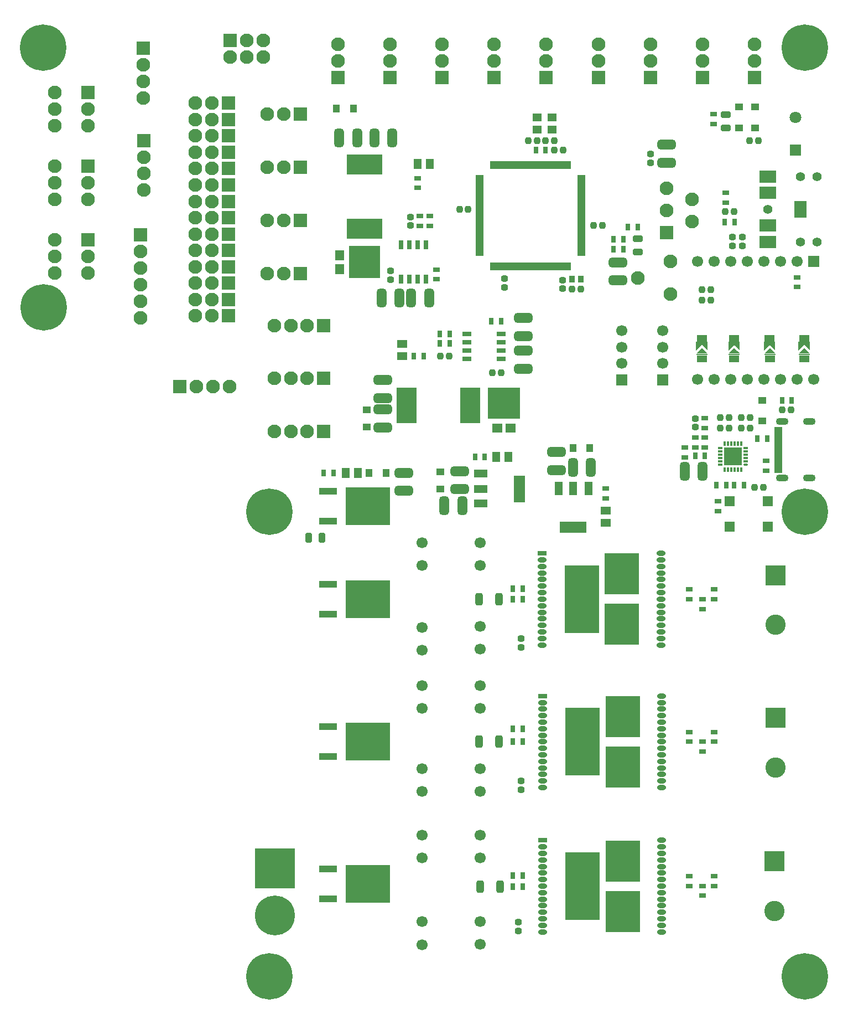
<source format=gts>
G04*
G04 #@! TF.GenerationSoftware,Altium Limited,Altium Designer,21.8.1 (53)*
G04*
G04 Layer_Color=8388736*
%FSLAX44Y44*%
%MOMM*%
G71*
G04*
G04 #@! TF.SameCoordinates,B26C40CF-43AE-4B56-A471-EC5E2FB952F6*
G04*
G04*
G04 #@! TF.FilePolarity,Negative*
G04*
G01*
G75*
%ADD19R,1.7016X0.2500*%
%ADD20R,1.2500X6.9000*%
%ADD21R,1.3000X12.4000*%
%ADD22R,12.4000X1.3000*%
%ADD23R,1.1000X0.8000*%
%ADD24R,0.3500X0.8000*%
%ADD25R,0.8000X0.3500*%
%ADD26O,0.8000X0.3500*%
%ADD27R,2.8000X2.8000*%
%ADD28R,1.6000X1.1000*%
G04:AMPARAMS|DCode=29|XSize=1.05mm|YSize=0.95mm|CornerRadius=0.2625mm|HoleSize=0mm|Usage=FLASHONLY|Rotation=180.000|XOffset=0mm|YOffset=0mm|HoleType=Round|Shape=RoundedRectangle|*
%AMROUNDEDRECTD29*
21,1,1.0500,0.4250,0,0,180.0*
21,1,0.5250,0.9500,0,0,180.0*
1,1,0.5250,-0.2625,0.2125*
1,1,0.5250,0.2625,0.2125*
1,1,0.5250,0.2625,-0.2125*
1,1,0.5250,-0.2625,-0.2125*
%
%ADD29ROUNDEDRECTD29*%
%ADD30R,5.3500X6.3300*%
%ADD31R,5.3500X10.4000*%
%ADD32R,1.4000X0.7800*%
%ADD33O,1.4000X0.7800*%
G04:AMPARAMS|DCode=34|XSize=1.05mm|YSize=0.95mm|CornerRadius=0.2625mm|HoleSize=0mm|Usage=FLASHONLY|Rotation=90.000|XOffset=0mm|YOffset=0mm|HoleType=Round|Shape=RoundedRectangle|*
%AMROUNDEDRECTD34*
21,1,1.0500,0.4250,0,0,90.0*
21,1,0.5250,0.9500,0,0,90.0*
1,1,0.5250,0.2125,0.2625*
1,1,0.5250,0.2125,-0.2625*
1,1,0.5250,-0.2125,-0.2625*
1,1,0.5250,-0.2125,0.2625*
%
%ADD34ROUNDEDRECTD34*%
G04:AMPARAMS|DCode=35|XSize=2.8mm|YSize=1.45mm|CornerRadius=0.3875mm|HoleSize=0mm|Usage=FLASHONLY|Rotation=90.000|XOffset=0mm|YOffset=0mm|HoleType=Round|Shape=RoundedRectangle|*
%AMROUNDEDRECTD35*
21,1,2.8000,0.6750,0,0,90.0*
21,1,2.0250,1.4500,0,0,90.0*
1,1,0.7750,0.3375,1.0125*
1,1,0.7750,0.3375,-1.0125*
1,1,0.7750,-0.3375,-1.0125*
1,1,0.7750,-0.3375,1.0125*
%
%ADD35ROUNDEDRECTD35*%
%ADD36R,0.8000X1.1000*%
%ADD37R,1.5000X1.1500*%
%ADD38R,1.1500X1.5000*%
%ADD39R,1.3000X1.0000*%
%ADD40R,1.0000X1.3000*%
G04:AMPARAMS|DCode=41|XSize=2.8mm|YSize=1.45mm|CornerRadius=0.3875mm|HoleSize=0mm|Usage=FLASHONLY|Rotation=0.000|XOffset=0mm|YOffset=0mm|HoleType=Round|Shape=RoundedRectangle|*
%AMROUNDEDRECTD41*
21,1,2.8000,0.6750,0,0,0.0*
21,1,2.0250,1.4500,0,0,0.0*
1,1,0.7750,1.0125,-0.3375*
1,1,0.7750,-1.0125,-0.3375*
1,1,0.7750,-1.0125,0.3375*
1,1,0.7750,1.0125,0.3375*
%
%ADD41ROUNDEDRECTD41*%
%ADD42R,1.4000X1.2000*%
%ADD43R,1.2500X0.4000*%
%ADD44R,1.2500X0.7000*%
%ADD45R,6.9000X5.7500*%
%ADD46R,2.7500X1.0500*%
%ADD47R,1.3400X1.5000*%
%ADD48R,4.8200X4.9000*%
%ADD49R,1.3700X1.5000*%
%ADD50R,1.5000X1.3400*%
%ADD51R,4.9000X4.8200*%
%ADD52R,1.5000X1.3700*%
%ADD53R,1.5000X1.5000*%
%ADD54R,5.4000X3.1000*%
%ADD55R,3.1000X5.4000*%
%ADD56R,0.9500X1.0500*%
%ADD57R,0.6500X1.3500*%
%ADD58R,1.3500X0.6500*%
%ADD59R,0.4000X1.3000*%
%ADD60R,1.3000X0.4000*%
%ADD61R,4.1000X1.8000*%
%ADD62R,1.3000X2.1000*%
%ADD63R,2.1000X1.3000*%
%ADD64R,1.8000X4.1000*%
G04:AMPARAMS|DCode=65|XSize=1.55mm|YSize=1mm|CornerRadius=0.275mm|HoleSize=0mm|Usage=FLASHONLY|Rotation=90.000|XOffset=0mm|YOffset=0mm|HoleType=Round|Shape=RoundedRectangle|*
%AMROUNDEDRECTD65*
21,1,1.5500,0.4500,0,0,90.0*
21,1,1.0000,1.0000,0,0,90.0*
1,1,0.5500,0.2250,0.5000*
1,1,0.5500,0.2250,-0.5000*
1,1,0.5500,-0.2250,-0.5000*
1,1,0.5500,-0.2250,0.5000*
%
%ADD65ROUNDEDRECTD65*%
G04:AMPARAMS|DCode=66|XSize=1.9mm|YSize=1.15mm|CornerRadius=0.3125mm|HoleSize=0mm|Usage=FLASHONLY|Rotation=90.000|XOffset=0mm|YOffset=0mm|HoleType=Round|Shape=RoundedRectangle|*
%AMROUNDEDRECTD66*
21,1,1.9000,0.5250,0,0,90.0*
21,1,1.2750,1.1500,0,0,90.0*
1,1,0.6250,0.2625,0.6375*
1,1,0.6250,0.2625,-0.6375*
1,1,0.6250,-0.2625,-0.6375*
1,1,0.6250,-0.2625,0.6375*
%
%ADD66ROUNDEDRECTD66*%
G04:AMPARAMS|DCode=67|XSize=1.55mm|YSize=1mm|CornerRadius=0.275mm|HoleSize=0mm|Usage=FLASHONLY|Rotation=0.000|XOffset=0mm|YOffset=0mm|HoleType=Round|Shape=RoundedRectangle|*
%AMROUNDEDRECTD67*
21,1,1.5500,0.4500,0,0,0.0*
21,1,1.0000,1.0000,0,0,0.0*
1,1,0.5500,0.5000,-0.2250*
1,1,0.5500,-0.5000,-0.2250*
1,1,0.5500,-0.5000,0.2250*
1,1,0.5500,0.5000,0.2250*
%
%ADD67ROUNDEDRECTD67*%
%ADD68C,2.1000*%
%ADD69R,2.1000X2.1000*%
%ADD70C,7.1000*%
%ADD71C,1.4000*%
%ADD72R,1.9000X2.6000*%
%ADD73R,2.6000X1.9000*%
%ADD74R,6.1000X6.1000*%
%ADD75C,6.1000*%
%ADD76C,1.7000*%
%ADD77R,1.7000X1.7000*%
%ADD78R,2.1000X2.1000*%
%ADD79C,3.1000*%
%ADD80R,3.1000X3.1000*%
%ADD81R,1.7000X1.7000*%
%ADD82C,1.8000*%
%ADD83R,1.8000X1.8000*%
%ADD84C,0.1000*%
%ADD85O,1.9000X1.1000*%
G36*
X1110600Y997281D02*
X1102330Y1005550D01*
X1093557Y996777D01*
Y1010050D01*
X1110600D01*
Y997281D01*
D02*
G37*
G36*
X1110841Y992550D02*
X1093826D01*
X1102326Y1000550D01*
X1110841Y992550D01*
D02*
G37*
G36*
X1160269Y997281D02*
X1152000Y1005550D01*
X1143227Y996777D01*
Y1010050D01*
X1160269D01*
Y997281D01*
D02*
G37*
G36*
X1160511Y992550D02*
X1143496D01*
X1151996Y1000550D01*
X1160511Y992550D01*
D02*
G37*
G36*
X1214519Y997281D02*
X1206250Y1005550D01*
X1197477Y996777D01*
Y1010050D01*
X1214519D01*
Y997281D01*
D02*
G37*
G36*
X1214761Y992550D02*
X1197746D01*
X1206246Y1000550D01*
X1214761Y992550D01*
D02*
G37*
G36*
X1267269Y997281D02*
X1259000Y1005550D01*
X1250227Y996777D01*
Y1010050D01*
X1267269D01*
Y997281D01*
D02*
G37*
G36*
X1267511Y992550D02*
X1250496D01*
X1258996Y1000550D01*
X1267511Y992550D01*
D02*
G37*
D19*
X1206258Y991300D02*
D03*
X1259008D02*
D03*
X1102338D02*
D03*
X1152008D02*
D03*
D20*
X1219250Y845500D02*
D03*
D21*
X917500Y1203000D02*
D03*
X762500Y1203000D02*
D03*
D22*
X840000Y1125500D02*
D03*
Y1280500D02*
D03*
D23*
X696000Y1120750D02*
D03*
Y1105750D02*
D03*
X1201000Y813500D02*
D03*
Y828500D02*
D03*
X955000Y771000D02*
D03*
Y786000D02*
D03*
X667500Y1260500D02*
D03*
Y1245500D02*
D03*
X1083108Y193500D02*
D03*
Y178500D02*
D03*
X1121393Y193500D02*
D03*
Y178500D02*
D03*
X1083108Y631750D02*
D03*
Y616750D02*
D03*
Y413750D02*
D03*
Y398750D02*
D03*
X1121393Y616750D02*
D03*
Y631750D02*
D03*
Y413750D02*
D03*
Y398750D02*
D03*
X1107000Y848500D02*
D03*
Y863500D02*
D03*
X671000Y1202240D02*
D03*
Y1187240D02*
D03*
X686000Y1202240D02*
D03*
Y1187240D02*
D03*
X1103267Y178500D02*
D03*
Y163500D02*
D03*
Y616750D02*
D03*
Y601750D02*
D03*
Y398750D02*
D03*
Y383750D02*
D03*
X1120000Y1343450D02*
D03*
Y1358450D02*
D03*
X1139000Y1238000D02*
D03*
Y1223000D02*
D03*
X1092000Y863500D02*
D03*
Y848500D02*
D03*
X1076000Y833550D02*
D03*
Y848550D02*
D03*
X1107000Y878597D02*
D03*
Y893597D02*
D03*
X1248000Y1094000D02*
D03*
Y1109000D02*
D03*
X1127000Y766500D02*
D03*
Y751500D02*
D03*
D24*
X1162500Y815150D02*
D03*
X1157500D02*
D03*
X1152500D02*
D03*
X1147500D02*
D03*
X1142500D02*
D03*
X1137500D02*
D03*
Y854650D02*
D03*
X1142500D02*
D03*
X1147500D02*
D03*
X1152500D02*
D03*
X1157500D02*
D03*
X1162500D02*
D03*
D25*
X1130250Y822400D02*
D03*
Y827400D02*
D03*
Y832400D02*
D03*
Y837400D02*
D03*
Y842400D02*
D03*
Y847400D02*
D03*
X1169750D02*
D03*
Y842400D02*
D03*
Y837400D02*
D03*
Y832400D02*
D03*
Y827400D02*
D03*
D26*
Y822400D02*
D03*
D27*
X1150000Y834900D02*
D03*
D28*
X1206000Y1015500D02*
D03*
X1206250Y984550D02*
D03*
X1259000D02*
D03*
X1258750Y1015500D02*
D03*
X1102080D02*
D03*
X1102330Y984550D02*
D03*
X1152000D02*
D03*
X1151750Y1015500D02*
D03*
D29*
X800000Y1106750D02*
D03*
Y1093250D02*
D03*
X626000Y1118750D02*
D03*
Y1105250D02*
D03*
X656000Y1201290D02*
D03*
Y1187790D02*
D03*
X821400Y109800D02*
D03*
Y123300D02*
D03*
X825500Y543250D02*
D03*
Y556750D02*
D03*
X825500Y325250D02*
D03*
Y338750D02*
D03*
X1024000Y1284250D02*
D03*
Y1297750D02*
D03*
X1092000Y893098D02*
D03*
Y879597D02*
D03*
X1149000Y1170750D02*
D03*
Y1157250D02*
D03*
X1164000Y1170750D02*
D03*
Y1157250D02*
D03*
X889000Y1091250D02*
D03*
Y1104750D02*
D03*
D30*
X981000Y437250D02*
D03*
Y360250D02*
D03*
X980000Y578250D02*
D03*
Y655250D02*
D03*
X981000Y216566D02*
D03*
Y139566D02*
D03*
D31*
X919500Y398750D02*
D03*
X918500Y616750D02*
D03*
X919500Y178066D02*
D03*
D32*
X859000Y468750D02*
D03*
X858000Y686750D02*
D03*
X859000Y248066D02*
D03*
D33*
Y458750D02*
D03*
Y448750D02*
D03*
Y438750D02*
D03*
Y428750D02*
D03*
Y418750D02*
D03*
Y408750D02*
D03*
Y398750D02*
D03*
Y388750D02*
D03*
Y378750D02*
D03*
Y368750D02*
D03*
Y358750D02*
D03*
Y348750D02*
D03*
Y338750D02*
D03*
Y328750D02*
D03*
X1041000Y468750D02*
D03*
Y458750D02*
D03*
Y448750D02*
D03*
Y438750D02*
D03*
Y428750D02*
D03*
Y418750D02*
D03*
Y408750D02*
D03*
Y398750D02*
D03*
Y388750D02*
D03*
Y378750D02*
D03*
Y368750D02*
D03*
Y358750D02*
D03*
Y348750D02*
D03*
Y338750D02*
D03*
Y328750D02*
D03*
X1040000Y546750D02*
D03*
Y556750D02*
D03*
Y566750D02*
D03*
Y576750D02*
D03*
Y586750D02*
D03*
Y596750D02*
D03*
Y606750D02*
D03*
Y616750D02*
D03*
Y626750D02*
D03*
Y636750D02*
D03*
Y646750D02*
D03*
Y656750D02*
D03*
Y666750D02*
D03*
Y676750D02*
D03*
Y686750D02*
D03*
X858000Y546750D02*
D03*
Y556750D02*
D03*
Y566750D02*
D03*
Y576750D02*
D03*
Y586750D02*
D03*
Y596750D02*
D03*
Y606750D02*
D03*
Y616750D02*
D03*
Y626750D02*
D03*
Y636750D02*
D03*
Y646750D02*
D03*
Y656750D02*
D03*
Y666750D02*
D03*
Y676750D02*
D03*
X859000Y238066D02*
D03*
Y228066D02*
D03*
Y218066D02*
D03*
Y208066D02*
D03*
Y198066D02*
D03*
Y188066D02*
D03*
Y178066D02*
D03*
Y168066D02*
D03*
Y158066D02*
D03*
Y148066D02*
D03*
Y138066D02*
D03*
Y128066D02*
D03*
Y118066D02*
D03*
Y108066D02*
D03*
X1041000Y248066D02*
D03*
Y238066D02*
D03*
Y228066D02*
D03*
Y218066D02*
D03*
Y208066D02*
D03*
Y198066D02*
D03*
Y188066D02*
D03*
Y178066D02*
D03*
Y168066D02*
D03*
Y158066D02*
D03*
Y148066D02*
D03*
Y138066D02*
D03*
Y128066D02*
D03*
Y118066D02*
D03*
Y108066D02*
D03*
D34*
X1115750Y1074000D02*
D03*
X1102250D02*
D03*
X1115750Y1090000D02*
D03*
X1102250D02*
D03*
X1183250Y788000D02*
D03*
X1196750D02*
D03*
X781750Y963000D02*
D03*
X795250D02*
D03*
X715750Y988000D02*
D03*
X702250D02*
D03*
X1189000Y1318000D02*
D03*
X1175500D02*
D03*
X1138450Y1208950D02*
D03*
X1151950D02*
D03*
X1238500Y906000D02*
D03*
X1225000D02*
D03*
X1162460Y894000D02*
D03*
X1175960D02*
D03*
X1162460Y878597D02*
D03*
X1175960D02*
D03*
X1144210Y894000D02*
D03*
X1130710D02*
D03*
X1130785Y878597D02*
D03*
X1144285D02*
D03*
X936250Y1188000D02*
D03*
X949750D02*
D03*
X731250Y1213000D02*
D03*
X744750D02*
D03*
X876250Y1303000D02*
D03*
X889750D02*
D03*
X916750Y1091000D02*
D03*
X903250D02*
D03*
X850000Y1318000D02*
D03*
X836500D02*
D03*
X863250D02*
D03*
X876750D02*
D03*
D35*
X1103750Y812000D02*
D03*
X1076250D02*
D03*
X708250Y760000D02*
D03*
X735750D02*
D03*
X628500Y1321999D02*
D03*
X601000D02*
D03*
X547250Y1322000D02*
D03*
X574750D02*
D03*
X932500Y818000D02*
D03*
X905000D02*
D03*
X657250Y1077000D02*
D03*
X684750D02*
D03*
X639750D02*
D03*
X612250D02*
D03*
D36*
X1187500Y862400D02*
D03*
X1202500D02*
D03*
X755000Y834000D02*
D03*
X770000D02*
D03*
X676500Y988000D02*
D03*
X661500D02*
D03*
X538500Y810000D02*
D03*
X523500D02*
D03*
X1092000Y836000D02*
D03*
X1107000D02*
D03*
X701500Y1008000D02*
D03*
X716500D02*
D03*
X716500Y1022050D02*
D03*
X701500D02*
D03*
X780250Y1041750D02*
D03*
X795250D02*
D03*
X813000Y194500D02*
D03*
X828000D02*
D03*
X813000Y177199D02*
D03*
X828000D02*
D03*
X813000Y632500D02*
D03*
X828000D02*
D03*
X813000Y418500D02*
D03*
X828000D02*
D03*
X813000Y616750D02*
D03*
X828000D02*
D03*
X813000Y399500D02*
D03*
X828000D02*
D03*
X1240000Y921000D02*
D03*
X1225000D02*
D03*
X1137500Y1193000D02*
D03*
X1152500D02*
D03*
X989000Y1186000D02*
D03*
X1004000D02*
D03*
X967000Y1152000D02*
D03*
X982000D02*
D03*
X982000Y1167000D02*
D03*
X967000D02*
D03*
X1124500Y791000D02*
D03*
X1139500D02*
D03*
X1166500D02*
D03*
X1151500D02*
D03*
X848250Y1303000D02*
D03*
X863250D02*
D03*
D37*
X955000Y733750D02*
D03*
Y752250D02*
D03*
X644000Y1007250D02*
D03*
Y988750D02*
D03*
D38*
X806250Y834000D02*
D03*
X787750D02*
D03*
X667500Y1282000D02*
D03*
X686000D02*
D03*
X575850Y810000D02*
D03*
X557350D02*
D03*
D39*
X702000Y811000D02*
D03*
Y785000D02*
D03*
X589000Y880000D02*
D03*
Y906000D02*
D03*
X1159000Y1369000D02*
D03*
Y1337000D02*
D03*
X1184000D02*
D03*
Y1369000D02*
D03*
X1195000Y921000D02*
D03*
Y889000D02*
D03*
D40*
X905000Y848000D02*
D03*
X931000D02*
D03*
X619000Y810000D02*
D03*
X593000D02*
D03*
X543000Y1367000D02*
D03*
X569000D02*
D03*
D41*
X614000Y951750D02*
D03*
Y924250D02*
D03*
Y906750D02*
D03*
Y879250D02*
D03*
X732000Y812500D02*
D03*
Y785000D02*
D03*
X880000Y814250D02*
D03*
Y841750D02*
D03*
X829000Y1019250D02*
D03*
Y1046750D02*
D03*
X646000Y810000D02*
D03*
Y782500D02*
D03*
X829000Y996750D02*
D03*
Y969250D02*
D03*
X1048000Y1284250D02*
D03*
Y1311750D02*
D03*
X974000Y1131750D02*
D03*
Y1104250D02*
D03*
D42*
X850000Y1353000D02*
D03*
Y1335000D02*
D03*
X873000D02*
D03*
Y1353000D02*
D03*
D43*
X1219250Y837400D02*
D03*
Y852400D02*
D03*
Y827400D02*
D03*
Y862400D02*
D03*
Y832400D02*
D03*
Y842400D02*
D03*
Y847400D02*
D03*
Y857400D02*
D03*
D44*
Y820900D02*
D03*
Y868900D02*
D03*
Y876900D02*
D03*
Y812900D02*
D03*
D45*
X590843Y181500D02*
D03*
Y616753D02*
D03*
Y398753D02*
D03*
X590933Y758915D02*
D03*
D46*
X529843Y158600D02*
D03*
Y204400D02*
D03*
Y593853D02*
D03*
Y639653D02*
D03*
Y375853D02*
D03*
Y421653D02*
D03*
X529933Y781815D02*
D03*
Y736015D02*
D03*
D47*
X548000Y1121600D02*
D03*
D48*
X586000Y1132000D02*
D03*
D49*
X548000Y1142400D02*
D03*
D50*
X809800Y878000D02*
D03*
D51*
X799400Y916000D02*
D03*
D52*
X789000Y878000D02*
D03*
D53*
X1145000Y727500D02*
D03*
X1203000D02*
D03*
X1145000Y766500D02*
D03*
X1203000D02*
D03*
D54*
X586000Y1183000D02*
D03*
Y1281000D02*
D03*
D55*
X650000Y913000D02*
D03*
X748000D02*
D03*
D56*
X916750Y1106000D02*
D03*
X903250D02*
D03*
D57*
X641950Y1105750D02*
D03*
X654650D02*
D03*
X667350D02*
D03*
X680050D02*
D03*
X641950Y1158250D02*
D03*
X654650D02*
D03*
X667350D02*
D03*
X680050D02*
D03*
D58*
X795250Y983950D02*
D03*
Y996650D02*
D03*
Y1009350D02*
D03*
Y1022050D02*
D03*
X742750Y983950D02*
D03*
Y996650D02*
D03*
Y1009350D02*
D03*
Y1022050D02*
D03*
D59*
X780000Y1125500D02*
D03*
X785000D02*
D03*
X790000D02*
D03*
X795000D02*
D03*
X800000D02*
D03*
X805000D02*
D03*
X810000D02*
D03*
X815000D02*
D03*
X820000D02*
D03*
X825000D02*
D03*
X830000D02*
D03*
X835000D02*
D03*
X840000D02*
D03*
X845000D02*
D03*
X850000D02*
D03*
X855000D02*
D03*
X860000D02*
D03*
X865000D02*
D03*
X870000D02*
D03*
X875000D02*
D03*
X880000D02*
D03*
X885000D02*
D03*
X890000D02*
D03*
X895000D02*
D03*
X900000D02*
D03*
Y1280500D02*
D03*
X895000D02*
D03*
X890000D02*
D03*
X885000D02*
D03*
X880000D02*
D03*
X875000D02*
D03*
X870000D02*
D03*
X865000D02*
D03*
X860000D02*
D03*
X855000D02*
D03*
X850000D02*
D03*
X845000D02*
D03*
X840000D02*
D03*
X835000D02*
D03*
X830000D02*
D03*
X825000D02*
D03*
X820000D02*
D03*
X815000D02*
D03*
X810000D02*
D03*
X805000D02*
D03*
X800000D02*
D03*
X795000D02*
D03*
X790000D02*
D03*
X785000D02*
D03*
X780000D02*
D03*
D60*
X917500Y1143000D02*
D03*
Y1148000D02*
D03*
Y1153000D02*
D03*
Y1158000D02*
D03*
Y1163000D02*
D03*
Y1168000D02*
D03*
Y1173000D02*
D03*
Y1178000D02*
D03*
Y1183000D02*
D03*
Y1188000D02*
D03*
Y1193000D02*
D03*
Y1198000D02*
D03*
Y1203000D02*
D03*
Y1208000D02*
D03*
Y1213000D02*
D03*
Y1218000D02*
D03*
Y1223000D02*
D03*
Y1228000D02*
D03*
Y1233000D02*
D03*
Y1238000D02*
D03*
Y1243000D02*
D03*
Y1248000D02*
D03*
Y1253000D02*
D03*
Y1258000D02*
D03*
Y1263000D02*
D03*
X762500D02*
D03*
Y1258000D02*
D03*
Y1253000D02*
D03*
Y1248000D02*
D03*
Y1243000D02*
D03*
Y1238000D02*
D03*
Y1233000D02*
D03*
Y1228000D02*
D03*
Y1223000D02*
D03*
Y1218000D02*
D03*
Y1213000D02*
D03*
Y1208000D02*
D03*
Y1203000D02*
D03*
Y1198000D02*
D03*
Y1193000D02*
D03*
Y1188000D02*
D03*
Y1183000D02*
D03*
Y1178000D02*
D03*
Y1173000D02*
D03*
Y1168000D02*
D03*
Y1163000D02*
D03*
Y1158000D02*
D03*
Y1153000D02*
D03*
Y1148000D02*
D03*
Y1143000D02*
D03*
D61*
X905000Y727000D02*
D03*
D62*
X883000Y786000D02*
D03*
X905000D02*
D03*
X929000D02*
D03*
D63*
X764000Y809000D02*
D03*
Y785000D02*
D03*
Y763000D02*
D03*
D64*
X823000Y785000D02*
D03*
D65*
X500750Y711000D02*
D03*
X521250D02*
D03*
D66*
X793250Y177199D02*
D03*
X762750D02*
D03*
X792000Y616750D02*
D03*
X761500D02*
D03*
X792000Y398750D02*
D03*
X761500D02*
D03*
D67*
X1139000Y1337000D02*
D03*
Y1357500D02*
D03*
X1004000Y1168250D02*
D03*
Y1147750D02*
D03*
D68*
X111600Y1391400D02*
D03*
Y1366000D02*
D03*
Y1340600D02*
D03*
X162400Y1366000D02*
D03*
Y1340600D02*
D03*
Y1228300D02*
D03*
Y1253700D02*
D03*
X111600Y1228300D02*
D03*
Y1253700D02*
D03*
Y1279100D02*
D03*
Y1165900D02*
D03*
Y1140500D02*
D03*
Y1115100D02*
D03*
X162400Y1140500D02*
D03*
Y1115100D02*
D03*
X327200Y1300000D02*
D03*
X352600D02*
D03*
X327200Y1325000D02*
D03*
X352600D02*
D03*
X327200Y1375000D02*
D03*
X352600D02*
D03*
X327200Y1275000D02*
D03*
X352600D02*
D03*
X327200Y1350000D02*
D03*
X352600D02*
D03*
X327200Y1175000D02*
D03*
X352600D02*
D03*
X327200Y1200000D02*
D03*
X352600D02*
D03*
X327200Y1225000D02*
D03*
X352600D02*
D03*
X327200Y1250000D02*
D03*
X352600D02*
D03*
X327200Y1050000D02*
D03*
X352600D02*
D03*
X327200Y1075000D02*
D03*
X352600D02*
D03*
X327200Y1100000D02*
D03*
X352600D02*
D03*
X327200Y1125000D02*
D03*
X352600D02*
D03*
X327200Y1150000D02*
D03*
X352600D02*
D03*
X247000Y1434100D02*
D03*
Y1408700D02*
D03*
Y1383300D02*
D03*
X248000Y1292500D02*
D03*
Y1267500D02*
D03*
Y1242500D02*
D03*
X498000Y873000D02*
D03*
X473000D02*
D03*
X448000D02*
D03*
X498000Y954167D02*
D03*
X473000D02*
D03*
X448000D02*
D03*
X498000Y1035333D02*
D03*
X473000D02*
D03*
X448000D02*
D03*
X328400Y942167D02*
D03*
X353800D02*
D03*
X379200D02*
D03*
X243500Y1047000D02*
D03*
Y1072400D02*
D03*
Y1097800D02*
D03*
Y1123200D02*
D03*
Y1148600D02*
D03*
X462500Y1358000D02*
D03*
X437000D02*
D03*
X462500Y1276833D02*
D03*
X437000D02*
D03*
X462500Y1195667D02*
D03*
X437000D02*
D03*
X462500Y1114500D02*
D03*
X437000D02*
D03*
X624750Y1439500D02*
D03*
Y1465000D02*
D03*
X784250Y1439500D02*
D03*
Y1465000D02*
D03*
X943750Y1439500D02*
D03*
Y1465000D02*
D03*
X1103250Y1439500D02*
D03*
Y1465000D02*
D03*
X545000Y1439500D02*
D03*
Y1465000D02*
D03*
X704500Y1439500D02*
D03*
Y1465000D02*
D03*
X864000Y1439500D02*
D03*
Y1465000D02*
D03*
X1023500Y1439500D02*
D03*
Y1465000D02*
D03*
X1183000Y1439500D02*
D03*
Y1465000D02*
D03*
X380200Y1445520D02*
D03*
X431000D02*
D03*
X405600D02*
D03*
X431000Y1471020D02*
D03*
X405600D02*
D03*
X1004000Y1108000D02*
D03*
X1054000Y1083000D02*
D03*
Y1133000D02*
D03*
X1087000Y1228000D02*
D03*
Y1194000D02*
D03*
X1048000Y1211000D02*
D03*
Y1245000D02*
D03*
D69*
X162400Y1391400D02*
D03*
Y1279100D02*
D03*
Y1165900D02*
D03*
X523000Y873000D02*
D03*
Y954167D02*
D03*
Y1035333D02*
D03*
X303000Y942167D02*
D03*
X487500Y1358000D02*
D03*
Y1276833D02*
D03*
Y1195667D02*
D03*
Y1114500D02*
D03*
X1048000Y1177000D02*
D03*
D70*
X1260063Y750063D02*
D03*
X440064Y40064D02*
D03*
X1260063D02*
D03*
X440064Y750063D02*
D03*
X94560Y1062560D02*
D03*
X1260063Y1460063D02*
D03*
X94489Y1460063D02*
D03*
D71*
X1278500Y1163000D02*
D03*
Y1263000D02*
D03*
X1253500D02*
D03*
Y1163000D02*
D03*
X1203500Y1213149D02*
D03*
D72*
X1253500Y1213000D02*
D03*
D73*
X1203500Y1263000D02*
D03*
Y1238000D02*
D03*
Y1188000D02*
D03*
Y1163000D02*
D03*
D74*
X449000Y205000D02*
D03*
D75*
Y133000D02*
D03*
D76*
X1095870Y1133170D02*
D03*
X1146670D02*
D03*
X1121270D02*
D03*
X1172070D02*
D03*
X1197470D02*
D03*
X1222870D02*
D03*
X1248270D02*
D03*
X1095870Y952830D02*
D03*
X1146670D02*
D03*
X1121270D02*
D03*
X1172070D02*
D03*
X1197470D02*
D03*
X1222870D02*
D03*
X1273670D02*
D03*
X1248270D02*
D03*
X674000Y221000D02*
D03*
Y256000D02*
D03*
Y668000D02*
D03*
Y703000D02*
D03*
X674000Y357500D02*
D03*
Y322500D02*
D03*
X980000Y977000D02*
D03*
Y1002000D02*
D03*
Y1027000D02*
D03*
X1042000D02*
D03*
Y1002000D02*
D03*
Y977000D02*
D03*
X674000Y123600D02*
D03*
Y88600D02*
D03*
X763000Y221000D02*
D03*
Y256000D02*
D03*
X763000Y123900D02*
D03*
Y88900D02*
D03*
X763000Y668000D02*
D03*
Y703000D02*
D03*
X674000Y450000D02*
D03*
Y485000D02*
D03*
X674000Y573500D02*
D03*
Y538500D02*
D03*
X763000Y357500D02*
D03*
Y322500D02*
D03*
X763000Y575500D02*
D03*
Y540500D02*
D03*
X763000Y450000D02*
D03*
Y485000D02*
D03*
D77*
X1273670Y1133170D02*
D03*
D78*
X378000Y1300000D02*
D03*
Y1325000D02*
D03*
Y1375000D02*
D03*
Y1275000D02*
D03*
Y1350000D02*
D03*
Y1175000D02*
D03*
Y1200000D02*
D03*
Y1225000D02*
D03*
Y1250000D02*
D03*
Y1050000D02*
D03*
Y1075000D02*
D03*
Y1100000D02*
D03*
Y1125000D02*
D03*
Y1150000D02*
D03*
X247000Y1459500D02*
D03*
X248000Y1317500D02*
D03*
X243500Y1174000D02*
D03*
X624750Y1414500D02*
D03*
X784250D02*
D03*
X943750D02*
D03*
X1103250D02*
D03*
X545000D02*
D03*
X704500D02*
D03*
X864000D02*
D03*
X1023500D02*
D03*
X1183000D02*
D03*
X380200Y1471020D02*
D03*
D79*
X1213700Y140066D02*
D03*
X1215000Y577500D02*
D03*
X1215000Y359500D02*
D03*
D80*
X1213700Y216066D02*
D03*
X1215000Y653500D02*
D03*
X1215000Y435500D02*
D03*
D81*
X980000Y952000D02*
D03*
X1042000D02*
D03*
D82*
X1245828Y1353000D02*
D03*
D83*
Y1303000D02*
D03*
D84*
X1230000Y873800D02*
D03*
Y816000D02*
D03*
D85*
X1225000Y888100D02*
D03*
X1266800D02*
D03*
X1225000Y801700D02*
D03*
X1266800D02*
D03*
M02*

</source>
